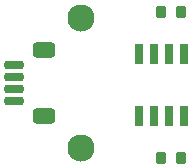
<source format=gbr>
%TF.GenerationSoftware,KiCad,Pcbnew,(6.0.7)*%
%TF.CreationDate,2022-08-21T18:15:13-05:00*%
%TF.ProjectId,DriveByWireMr360Sensor,44726976-6542-4795-9769-72654d723336,rev?*%
%TF.SameCoordinates,Original*%
%TF.FileFunction,Soldermask,Bot*%
%TF.FilePolarity,Negative*%
%FSLAX46Y46*%
G04 Gerber Fmt 4.6, Leading zero omitted, Abs format (unit mm)*
G04 Created by KiCad (PCBNEW (6.0.7)) date 2022-08-21 18:15:13*
%MOMM*%
%LPD*%
G01*
G04 APERTURE LIST*
G04 Aperture macros list*
%AMRoundRect*
0 Rectangle with rounded corners*
0 $1 Rounding radius*
0 $2 $3 $4 $5 $6 $7 $8 $9 X,Y pos of 4 corners*
0 Add a 4 corners polygon primitive as box body*
4,1,4,$2,$3,$4,$5,$6,$7,$8,$9,$2,$3,0*
0 Add four circle primitives for the rounded corners*
1,1,$1+$1,$2,$3*
1,1,$1+$1,$4,$5*
1,1,$1+$1,$6,$7*
1,1,$1+$1,$8,$9*
0 Add four rect primitives between the rounded corners*
20,1,$1+$1,$2,$3,$4,$5,0*
20,1,$1+$1,$4,$5,$6,$7,0*
20,1,$1+$1,$6,$7,$8,$9,0*
20,1,$1+$1,$8,$9,$2,$3,0*%
G04 Aperture macros list end*
%ADD10C,2.300000*%
%ADD11RoundRect,0.250000X0.200000X0.275000X-0.200000X0.275000X-0.200000X-0.275000X0.200000X-0.275000X0*%
%ADD12RoundRect,0.250000X-0.200000X-0.275000X0.200000X-0.275000X0.200000X0.275000X-0.200000X0.275000X0*%
%ADD13RoundRect,0.050000X-0.305000X0.825000X-0.305000X-0.825000X0.305000X-0.825000X0.305000X0.825000X0*%
%ADD14RoundRect,0.200000X0.625000X-0.150000X0.625000X0.150000X-0.625000X0.150000X-0.625000X-0.150000X0*%
%ADD15RoundRect,0.300000X0.650000X-0.350000X0.650000X0.350000X-0.650000X0.350000X-0.650000X-0.350000X0*%
G04 APERTURE END LIST*
D10*
%TO.C,H2*%
X96500000Y-84500000D03*
%TD*%
%TO.C,H1*%
X96500000Y-73500000D03*
%TD*%
D11*
%TO.C,R1*%
X104965000Y-85350000D03*
X103315000Y-85350000D03*
%TD*%
D12*
%TO.C,R3*%
X103315000Y-72980000D03*
X104965000Y-72980000D03*
%TD*%
D13*
%TO.C,U1*%
X101395000Y-76520000D03*
X102665000Y-76520000D03*
X103935000Y-76520000D03*
X105205000Y-76520000D03*
X105205000Y-81780000D03*
X103935000Y-81780000D03*
X102665000Y-81780000D03*
X101395000Y-81780000D03*
%TD*%
D14*
%TO.C,J1*%
X90865000Y-80530000D03*
X90865000Y-79530000D03*
X90865000Y-78530000D03*
X90865000Y-77530000D03*
D15*
X93390000Y-81830000D03*
X93390000Y-76230000D03*
%TD*%
M02*

</source>
